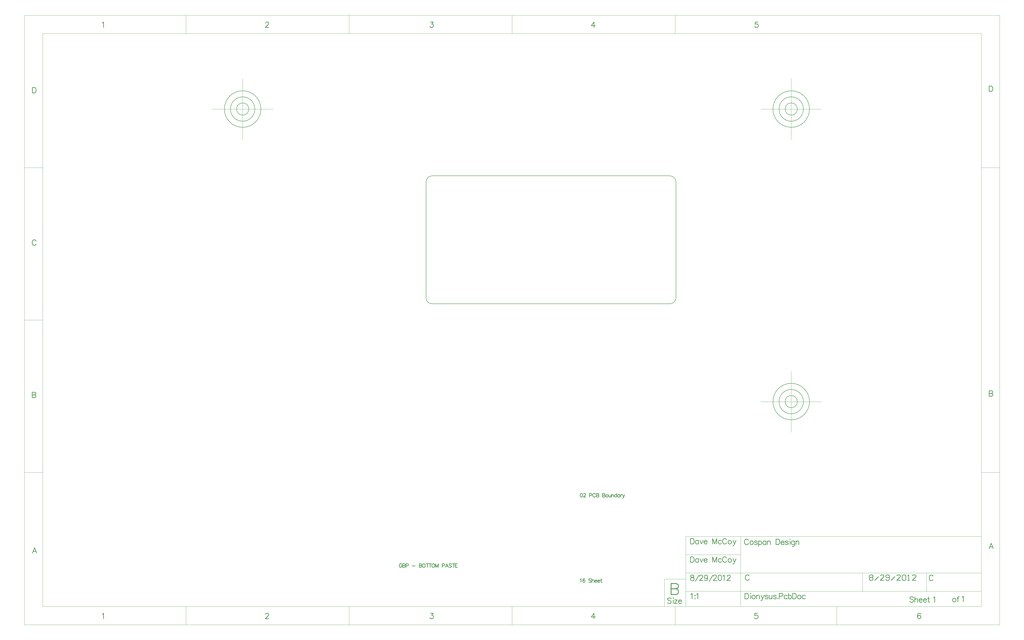
<source format=gbp>
%FSLAX25Y25*%
%MOIN*%
G70*
G01*
G75*
G04 Layer_Color=128*
%ADD10O,0.06102X0.02165*%
%ADD11R,0.04921X0.01378*%
%ADD12O,0.07087X0.01181*%
%ADD13O,0.01181X0.07087*%
%ADD14R,0.02362X0.03937*%
%ADD15R,0.01772X0.03937*%
%ADD16R,0.07480X0.02835*%
%ADD17R,0.04921X0.07284*%
%ADD18R,0.09843X0.03543*%
%ADD19R,0.00984X0.03150*%
%ADD20R,0.07087X0.11811*%
%ADD21R,0.05118X0.09055*%
%ADD22R,0.07087X0.07480*%
%ADD23R,0.05512X0.06299*%
%ADD24R,0.05315X0.01575*%
%ADD25R,0.07874X0.04724*%
%ADD26R,0.04331X0.12598*%
%ADD27R,0.02953X0.02559*%
%ADD28R,0.02756X0.01969*%
%ADD29R,0.01969X0.02756*%
%ADD30R,0.05906X0.05118*%
%ADD31R,0.02362X0.01969*%
%ADD32R,0.02559X0.02953*%
%ADD33R,0.01969X0.02362*%
%ADD34C,0.00600*%
%ADD35C,0.01000*%
%ADD36C,0.01500*%
%ADD37C,0.02000*%
%ADD38C,0.03000*%
%ADD39C,0.00400*%
%ADD40C,0.00200*%
%ADD41C,0.01400*%
%ADD42C,0.05906*%
%ADD43C,0.03937*%
%ADD44C,0.06000*%
%ADD45C,0.02400*%
%ADD46C,0.04000*%
%ADD47C,0.06416*%
G04:AMPARAMS|DCode=48|XSize=80.157mil|YSize=80.157mil|CornerRadius=0mil|HoleSize=0mil|Usage=FLASHONLY|Rotation=0.000|XOffset=0mil|YOffset=0mil|HoleType=Round|Shape=Relief|Width=8mil|Gap=10mil|Entries=4|*
%AMTHD48*
7,0,0,0.08016,0.06016,0.00800,45*
%
%ADD48THD48*%
%ADD49C,0.08699*%
%ADD50C,0.09487*%
%ADD51C,0.14900*%
%ADD52C,0.06400*%
G04:AMPARAMS|DCode=53|XSize=80mil|YSize=80mil|CornerRadius=0mil|HoleSize=0mil|Usage=FLASHONLY|Rotation=0.000|XOffset=0mil|YOffset=0mil|HoleType=Round|Shape=Relief|Width=8mil|Gap=10mil|Entries=4|*
%AMTHD53*
7,0,0,0.08000,0.06000,0.00800,45*
%
%ADD53THD53*%
G04:AMPARAMS|DCode=54|XSize=50mil|YSize=50mil|CornerRadius=0mil|HoleSize=0mil|Usage=FLASHONLY|Rotation=0.000|XOffset=0mil|YOffset=0mil|HoleType=Round|Shape=Relief|Width=8mil|Gap=10mil|Entries=4|*
%AMTHD54*
7,0,0,0.05000,0.03000,0.00800,45*
%
%ADD54THD54*%
%ADD55C,0.03400*%
%ADD56C,0.00984*%
%ADD57C,0.02362*%
%ADD58C,0.00787*%
%ADD59C,0.00394*%
%ADD60O,0.06702X0.02765*%
%ADD61R,0.05521X0.01978*%
%ADD62O,0.07687X0.01781*%
%ADD63O,0.01781X0.07687*%
%ADD64R,0.02962X0.04537*%
%ADD65R,0.02372X0.04537*%
%ADD66R,0.08080X0.03435*%
%ADD67R,0.05521X0.07883*%
%ADD68R,0.10394X0.04095*%
%ADD69R,0.01535X0.03701*%
%ADD70R,0.07687X0.12411*%
%ADD71R,0.05718X0.09655*%
%ADD72R,0.07687X0.08080*%
%ADD73R,0.06112X0.06899*%
%ADD74R,0.05915X0.02175*%
%ADD75R,0.08474X0.05324*%
%ADD76R,0.04931X0.13198*%
%ADD77R,0.03553X0.03159*%
%ADD78R,0.03356X0.02569*%
%ADD79R,0.02569X0.03356*%
%ADD80R,0.06506X0.05718*%
%ADD81R,0.02962X0.02569*%
%ADD82R,0.03159X0.03553*%
%ADD83R,0.02569X0.02962*%
%ADD84C,0.06506*%
%ADD85C,0.04537*%
%ADD86C,0.00300*%
%ADD87C,0.06600*%
%ADD88C,0.03000*%
D34*
X610000Y-160000D02*
G03*
X610000Y-160000I-10000J0D01*
G01*
X620000D02*
G03*
X620000Y-160000I-20000J0D01*
G01*
X630000D02*
G03*
X630000Y-160000I-30000J0D01*
G01*
X610000Y320000D02*
G03*
X610000Y320000I-10000J0D01*
G01*
X620000D02*
G03*
X620000Y320000I-20000J0D01*
G01*
X630000D02*
G03*
X630000Y320000I-30000J0D01*
G01*
X-290000D02*
G03*
X-290000Y320000I-10000J0D01*
G01*
X-280000D02*
G03*
X-280000Y320000I-20000J0D01*
G01*
X-270000D02*
G03*
X-270000Y320000I-30000J0D01*
G01*
X800Y10400D02*
G03*
X10800Y400I10000J0D01*
G01*
Y210400D02*
G03*
X800Y200400I0J-10000D01*
G01*
X410800D02*
G03*
X400800Y210400I-10000J0D01*
G01*
Y400D02*
G03*
X410800Y10400I0J10000D01*
G01*
X800D02*
Y200400D01*
X10800Y400D02*
X400800D01*
X410800Y10400D02*
Y200400D01*
X10800Y210400D02*
X400800D01*
D35*
X-38940Y-427300D02*
X-39226Y-426728D01*
X-39797Y-426157D01*
X-40369Y-425872D01*
X-41511D01*
X-42083Y-426157D01*
X-42654Y-426728D01*
X-42940Y-427300D01*
X-43225Y-428157D01*
Y-429585D01*
X-42940Y-430442D01*
X-42654Y-431013D01*
X-42083Y-431585D01*
X-41511Y-431870D01*
X-40369D01*
X-39797Y-431585D01*
X-39226Y-431013D01*
X-38940Y-430442D01*
Y-429585D01*
X-40369D02*
X-38940D01*
X-37569Y-425872D02*
Y-431870D01*
Y-425872D02*
X-34998D01*
X-34141Y-426157D01*
X-33856Y-426443D01*
X-33570Y-427014D01*
Y-427585D01*
X-33856Y-428157D01*
X-34141Y-428442D01*
X-34998Y-428728D01*
X-37569D02*
X-34998D01*
X-34141Y-429014D01*
X-33856Y-429299D01*
X-33570Y-429871D01*
Y-430728D01*
X-33856Y-431299D01*
X-34141Y-431585D01*
X-34998Y-431870D01*
X-37569D01*
X-32228Y-429014D02*
X-29657D01*
X-28800Y-428728D01*
X-28514Y-428442D01*
X-28228Y-427871D01*
Y-427014D01*
X-28514Y-426443D01*
X-28800Y-426157D01*
X-29657Y-425872D01*
X-32228D01*
Y-431870D01*
X-22173Y-429299D02*
X-17031D01*
X-10547Y-425872D02*
Y-431870D01*
Y-425872D02*
X-7976D01*
X-7119Y-426157D01*
X-6833Y-426443D01*
X-6547Y-427014D01*
Y-427585D01*
X-6833Y-428157D01*
X-7119Y-428442D01*
X-7976Y-428728D01*
X-10547D02*
X-7976D01*
X-7119Y-429014D01*
X-6833Y-429299D01*
X-6547Y-429871D01*
Y-430728D01*
X-6833Y-431299D01*
X-7119Y-431585D01*
X-7976Y-431870D01*
X-10547D01*
X-3491Y-425872D02*
X-4062Y-426157D01*
X-4634Y-426728D01*
X-4919Y-427300D01*
X-5205Y-428157D01*
Y-429585D01*
X-4919Y-430442D01*
X-4634Y-431013D01*
X-4062Y-431585D01*
X-3491Y-431870D01*
X-2348D01*
X-1777Y-431585D01*
X-1206Y-431013D01*
X-920Y-430442D01*
X-634Y-429585D01*
Y-428157D01*
X-920Y-427300D01*
X-1206Y-426728D01*
X-1777Y-426157D01*
X-2348Y-425872D01*
X-3491D01*
X2765D02*
Y-431870D01*
X765Y-425872D02*
X4764D01*
X7478D02*
Y-431870D01*
X5479Y-425872D02*
X9478D01*
X11906D02*
X11334Y-426157D01*
X10763Y-426728D01*
X10478Y-427300D01*
X10192Y-428157D01*
Y-429585D01*
X10478Y-430442D01*
X10763Y-431013D01*
X11334Y-431585D01*
X11906Y-431870D01*
X13048D01*
X13620Y-431585D01*
X14191Y-431013D01*
X14477Y-430442D01*
X14762Y-429585D01*
Y-428157D01*
X14477Y-427300D01*
X14191Y-426728D01*
X13620Y-426157D01*
X13048Y-425872D01*
X11906D01*
X16162D02*
Y-431870D01*
Y-425872D02*
X18447Y-431870D01*
X20732Y-425872D02*
X18447Y-431870D01*
X20732Y-425872D02*
Y-431870D01*
X27160Y-429014D02*
X29731D01*
X30588Y-428728D01*
X30873Y-428442D01*
X31159Y-427871D01*
Y-427014D01*
X30873Y-426443D01*
X30588Y-426157D01*
X29731Y-425872D01*
X27160D01*
Y-431870D01*
X37072D02*
X34787Y-425872D01*
X32501Y-431870D01*
X33358Y-429871D02*
X36215D01*
X42471Y-426728D02*
X41899Y-426157D01*
X41043Y-425872D01*
X39900D01*
X39043Y-426157D01*
X38472Y-426728D01*
Y-427300D01*
X38757Y-427871D01*
X39043Y-428157D01*
X39614Y-428442D01*
X41328Y-429014D01*
X41899Y-429299D01*
X42185Y-429585D01*
X42471Y-430156D01*
Y-431013D01*
X41899Y-431585D01*
X41043Y-431870D01*
X39900D01*
X39043Y-431585D01*
X38472Y-431013D01*
X45813Y-425872D02*
Y-431870D01*
X43813Y-425872D02*
X47812D01*
X52240D02*
X48527D01*
Y-431870D01*
X52240D01*
X48527Y-428728D02*
X50812D01*
X255214Y-310501D02*
X254357Y-310787D01*
X253786Y-311644D01*
X253500Y-313072D01*
Y-313929D01*
X253786Y-315357D01*
X254357Y-316214D01*
X255214Y-316500D01*
X255785D01*
X256642Y-316214D01*
X257213Y-315357D01*
X257499Y-313929D01*
Y-313072D01*
X257213Y-311644D01*
X256642Y-310787D01*
X255785Y-310501D01*
X255214D01*
X259127Y-311930D02*
Y-311644D01*
X259413Y-311073D01*
X259699Y-310787D01*
X260270Y-310501D01*
X261413D01*
X261984Y-310787D01*
X262269Y-311073D01*
X262555Y-311644D01*
Y-312215D01*
X262269Y-312787D01*
X261698Y-313644D01*
X258842Y-316500D01*
X262841D01*
X268897Y-313644D02*
X271468D01*
X272324Y-313358D01*
X272610Y-313072D01*
X272896Y-312501D01*
Y-311644D01*
X272610Y-311073D01*
X272324Y-310787D01*
X271468Y-310501D01*
X268897D01*
Y-316500D01*
X278523Y-311930D02*
X278238Y-311358D01*
X277666Y-310787D01*
X277095Y-310501D01*
X275952D01*
X275381Y-310787D01*
X274810Y-311358D01*
X274524Y-311930D01*
X274238Y-312787D01*
Y-314215D01*
X274524Y-315072D01*
X274810Y-315643D01*
X275381Y-316214D01*
X275952Y-316500D01*
X277095D01*
X277666Y-316214D01*
X278238Y-315643D01*
X278523Y-315072D01*
X280209Y-310501D02*
Y-316500D01*
Y-310501D02*
X282779D01*
X283636Y-310787D01*
X283922Y-311073D01*
X284208Y-311644D01*
Y-312215D01*
X283922Y-312787D01*
X283636Y-313072D01*
X282779Y-313358D01*
X280209D02*
X282779D01*
X283636Y-313644D01*
X283922Y-313929D01*
X284208Y-314500D01*
Y-315357D01*
X283922Y-315929D01*
X283636Y-316214D01*
X282779Y-316500D01*
X280209D01*
X290264Y-310501D02*
Y-316500D01*
Y-310501D02*
X292834D01*
X293691Y-310787D01*
X293977Y-311073D01*
X294263Y-311644D01*
Y-312215D01*
X293977Y-312787D01*
X293691Y-313072D01*
X292834Y-313358D01*
X290264D02*
X292834D01*
X293691Y-313644D01*
X293977Y-313929D01*
X294263Y-314500D01*
Y-315357D01*
X293977Y-315929D01*
X293691Y-316214D01*
X292834Y-316500D01*
X290264D01*
X297034Y-312501D02*
X296462Y-312787D01*
X295891Y-313358D01*
X295605Y-314215D01*
Y-314786D01*
X295891Y-315643D01*
X296462Y-316214D01*
X297034Y-316500D01*
X297890D01*
X298462Y-316214D01*
X299033Y-315643D01*
X299319Y-314786D01*
Y-314215D01*
X299033Y-313358D01*
X298462Y-312787D01*
X297890Y-312501D01*
X297034D01*
X300633D02*
Y-315357D01*
X300918Y-316214D01*
X301490Y-316500D01*
X302347D01*
X302918Y-316214D01*
X303775Y-315357D01*
Y-312501D02*
Y-316500D01*
X305346Y-312501D02*
Y-316500D01*
Y-313644D02*
X306203Y-312787D01*
X306774Y-312501D01*
X307631D01*
X308203Y-312787D01*
X308488Y-313644D01*
Y-316500D01*
X313487Y-310501D02*
Y-316500D01*
Y-313358D02*
X312916Y-312787D01*
X312345Y-312501D01*
X311488D01*
X310916Y-312787D01*
X310345Y-313358D01*
X310059Y-314215D01*
Y-314786D01*
X310345Y-315643D01*
X310916Y-316214D01*
X311488Y-316500D01*
X312345D01*
X312916Y-316214D01*
X313487Y-315643D01*
X318515Y-312501D02*
Y-316500D01*
Y-313358D02*
X317943Y-312787D01*
X317372Y-312501D01*
X316515D01*
X315944Y-312787D01*
X315372Y-313358D01*
X315087Y-314215D01*
Y-314786D01*
X315372Y-315643D01*
X315944Y-316214D01*
X316515Y-316500D01*
X317372D01*
X317943Y-316214D01*
X318515Y-315643D01*
X320114Y-312501D02*
Y-316500D01*
Y-314215D02*
X320400Y-313358D01*
X320971Y-312787D01*
X321543Y-312501D01*
X322399D01*
X323228D02*
X324942Y-316500D01*
X326656Y-312501D02*
X324942Y-316500D01*
X324371Y-317643D01*
X323799Y-318214D01*
X323228Y-318500D01*
X322942D01*
X924500Y-142002D02*
Y-151000D01*
Y-142002D02*
X928356D01*
X929642Y-142430D01*
X930070Y-142859D01*
X930499Y-143716D01*
Y-144573D01*
X930070Y-145430D01*
X929642Y-145858D01*
X928356Y-146287D01*
X924500D02*
X928356D01*
X929642Y-146715D01*
X930070Y-147144D01*
X930499Y-148001D01*
Y-149286D01*
X930070Y-150143D01*
X929642Y-150572D01*
X928356Y-151000D01*
X924500D01*
X-638144Y-408500D02*
X-641572Y-399502D01*
X-645000Y-408500D01*
X-643715Y-405501D02*
X-639430D01*
X-645500Y-144502D02*
Y-153500D01*
Y-144502D02*
X-641644D01*
X-640358Y-144930D01*
X-639930Y-145359D01*
X-639501Y-146216D01*
Y-147073D01*
X-639930Y-147930D01*
X-640358Y-148358D01*
X-641644Y-148787D01*
X-645500D02*
X-641644D01*
X-640358Y-149215D01*
X-639930Y-149644D01*
X-639501Y-150501D01*
Y-151786D01*
X-639930Y-152643D01*
X-640358Y-153071D01*
X-641644Y-153500D01*
X-645500D01*
X-639073Y103356D02*
X-639501Y104213D01*
X-640358Y105070D01*
X-641215Y105498D01*
X-642929D01*
X-643786Y105070D01*
X-644643Y104213D01*
X-645072Y103356D01*
X-645500Y102070D01*
Y99928D01*
X-645072Y98642D01*
X-644643Y97785D01*
X-643786Y96929D01*
X-642929Y96500D01*
X-641215D01*
X-640358Y96929D01*
X-639501Y97785D01*
X-639073Y98642D01*
X-645000Y355498D02*
Y346500D01*
Y355498D02*
X-642001D01*
X-640715Y355070D01*
X-639858Y354213D01*
X-639430Y353356D01*
X-639001Y352070D01*
Y349928D01*
X-639430Y348642D01*
X-639858Y347785D01*
X-640715Y346929D01*
X-642001Y346500D01*
X-645000D01*
X812142Y-508287D02*
X811713Y-507430D01*
X810428Y-507002D01*
X809571D01*
X808285Y-507430D01*
X807428Y-508716D01*
X807000Y-510858D01*
Y-513001D01*
X807428Y-514715D01*
X808285Y-515571D01*
X809571Y-516000D01*
X809999D01*
X811285Y-515571D01*
X812142Y-514715D01*
X812570Y-513429D01*
Y-513001D01*
X812142Y-511715D01*
X811285Y-510858D01*
X809999Y-510430D01*
X809571D01*
X808285Y-510858D01*
X807428Y-511715D01*
X807000Y-513001D01*
X524000Y-474502D02*
Y-483500D01*
Y-474502D02*
X526999D01*
X528285Y-474930D01*
X529142Y-475787D01*
X529570Y-476644D01*
X529999Y-477930D01*
Y-480072D01*
X529570Y-481358D01*
X529142Y-482215D01*
X528285Y-483072D01*
X526999Y-483500D01*
X524000D01*
X532869Y-474502D02*
X533298Y-474930D01*
X533727Y-474502D01*
X533298Y-474073D01*
X532869Y-474502D01*
X533298Y-477501D02*
Y-483500D01*
X537454Y-477501D02*
X536597Y-477930D01*
X535740Y-478787D01*
X535312Y-480072D01*
Y-480929D01*
X535740Y-482215D01*
X536597Y-483072D01*
X537454Y-483500D01*
X538740D01*
X539597Y-483072D01*
X540454Y-482215D01*
X540882Y-480929D01*
Y-480072D01*
X540454Y-478787D01*
X539597Y-477930D01*
X538740Y-477501D01*
X537454D01*
X542853D02*
Y-483500D01*
Y-479215D02*
X544138Y-477930D01*
X544995Y-477501D01*
X546281D01*
X547138Y-477930D01*
X547566Y-479215D01*
Y-483500D01*
X550351Y-477501D02*
X552922Y-483500D01*
X555493Y-477501D02*
X552922Y-483500D01*
X552065Y-485214D01*
X551208Y-486071D01*
X550351Y-486499D01*
X549923D01*
X561706Y-478787D02*
X561278Y-477930D01*
X559992Y-477501D01*
X558707D01*
X557421Y-477930D01*
X556993Y-478787D01*
X557421Y-479644D01*
X558278Y-480072D01*
X560421Y-480501D01*
X561278Y-480929D01*
X561706Y-481786D01*
Y-482215D01*
X561278Y-483072D01*
X559992Y-483500D01*
X558707D01*
X557421Y-483072D01*
X556993Y-482215D01*
X563591Y-477501D02*
Y-481786D01*
X564020Y-483072D01*
X564877Y-483500D01*
X566162D01*
X567019Y-483072D01*
X568305Y-481786D01*
Y-477501D02*
Y-483500D01*
X575375Y-478787D02*
X574946Y-477930D01*
X573661Y-477501D01*
X572375D01*
X571090Y-477930D01*
X570661Y-478787D01*
X571090Y-479644D01*
X571947Y-480072D01*
X574089Y-480501D01*
X574946Y-480929D01*
X575375Y-481786D01*
Y-482215D01*
X574946Y-483072D01*
X573661Y-483500D01*
X572375D01*
X571090Y-483072D01*
X570661Y-482215D01*
X577689Y-482643D02*
X577260Y-483072D01*
X577689Y-483500D01*
X578117Y-483072D01*
X577689Y-482643D01*
X580088Y-479215D02*
X583944D01*
X585230Y-478787D01*
X585658Y-478358D01*
X586087Y-477501D01*
Y-476216D01*
X585658Y-475359D01*
X585230Y-474930D01*
X583944Y-474502D01*
X580088D01*
Y-483500D01*
X593242Y-478787D02*
X592385Y-477930D01*
X591528Y-477501D01*
X590243D01*
X589386Y-477930D01*
X588529Y-478787D01*
X588101Y-480072D01*
Y-480929D01*
X588529Y-482215D01*
X589386Y-483072D01*
X590243Y-483500D01*
X591528D01*
X592385Y-483072D01*
X593242Y-482215D01*
X595170Y-474502D02*
Y-483500D01*
Y-478787D02*
X596027Y-477930D01*
X596884Y-477501D01*
X598170D01*
X599027Y-477930D01*
X599884Y-478787D01*
X600312Y-480072D01*
Y-480929D01*
X599884Y-482215D01*
X599027Y-483072D01*
X598170Y-483500D01*
X596884D01*
X596027Y-483072D01*
X595170Y-482215D01*
X602240Y-474502D02*
Y-483500D01*
Y-474502D02*
X605240D01*
X606525Y-474930D01*
X607382Y-475787D01*
X607811Y-476644D01*
X608239Y-477930D01*
Y-480072D01*
X607811Y-481358D01*
X607382Y-482215D01*
X606525Y-483072D01*
X605240Y-483500D01*
X602240D01*
X612395Y-477501D02*
X611538Y-477930D01*
X610681Y-478787D01*
X610253Y-480072D01*
Y-480929D01*
X610681Y-482215D01*
X611538Y-483072D01*
X612395Y-483500D01*
X613681D01*
X614538Y-483072D01*
X615395Y-482215D01*
X615823Y-480929D01*
Y-480072D01*
X615395Y-478787D01*
X614538Y-477930D01*
X613681Y-477501D01*
X612395D01*
X622936Y-478787D02*
X622079Y-477930D01*
X621222Y-477501D01*
X619937D01*
X619080Y-477930D01*
X618223Y-478787D01*
X617794Y-480072D01*
Y-480929D01*
X618223Y-482215D01*
X619080Y-483072D01*
X619937Y-483500D01*
X621222D01*
X622079Y-483072D01*
X622936Y-482215D01*
X435000Y-476216D02*
X435857Y-475787D01*
X437142Y-474502D01*
Y-483500D01*
X442027Y-477501D02*
X441599Y-477930D01*
X442027Y-478358D01*
X442456Y-477930D01*
X442027Y-477501D01*
Y-482643D02*
X441599Y-483072D01*
X442027Y-483500D01*
X442456Y-483072D01*
X442027Y-482643D01*
X444427Y-476216D02*
X445284Y-475787D01*
X446569Y-474502D01*
Y-483500D01*
X402999Y-483287D02*
X402142Y-482430D01*
X400856Y-482002D01*
X399142D01*
X397857Y-482430D01*
X397000Y-483287D01*
Y-484144D01*
X397428Y-485001D01*
X397857Y-485430D01*
X398714Y-485858D01*
X401285Y-486715D01*
X402142Y-487144D01*
X402570Y-487572D01*
X402999Y-488429D01*
Y-489715D01*
X402142Y-490571D01*
X400856Y-491000D01*
X399142D01*
X397857Y-490571D01*
X397000Y-489715D01*
X405869Y-482002D02*
X406298Y-482430D01*
X406727Y-482002D01*
X406298Y-481573D01*
X405869Y-482002D01*
X406298Y-485001D02*
Y-491000D01*
X413025Y-485001D02*
X408312Y-491000D01*
Y-485001D02*
X413025D01*
X408312Y-491000D02*
X413025D01*
X414911Y-487572D02*
X420052D01*
Y-486715D01*
X419624Y-485858D01*
X419195Y-485430D01*
X418338Y-485001D01*
X417053D01*
X416196Y-485430D01*
X415339Y-486287D01*
X414911Y-487572D01*
Y-488429D01*
X415339Y-489715D01*
X416196Y-490571D01*
X417053Y-491000D01*
X418338D01*
X419195Y-490571D01*
X420052Y-489715D01*
X436642Y-444502D02*
X435357Y-444930D01*
X434929Y-445787D01*
Y-446644D01*
X435357Y-447501D01*
X436214Y-447930D01*
X437928Y-448358D01*
X439213Y-448787D01*
X440070Y-449644D01*
X440499Y-450501D01*
Y-451786D01*
X440070Y-452643D01*
X439642Y-453071D01*
X438356Y-453500D01*
X436642D01*
X435357Y-453071D01*
X434929Y-452643D01*
X434500Y-451786D01*
Y-450501D01*
X434929Y-449644D01*
X435785Y-448787D01*
X437071Y-448358D01*
X438785Y-447930D01*
X439642Y-447501D01*
X440070Y-446644D01*
Y-445787D01*
X439642Y-444930D01*
X438356Y-444502D01*
X436642D01*
X442513Y-454785D02*
X448511Y-444502D01*
X449540Y-446644D02*
Y-446216D01*
X449968Y-445359D01*
X450397Y-444930D01*
X451254Y-444502D01*
X452968D01*
X453824Y-444930D01*
X454253Y-445359D01*
X454681Y-446216D01*
Y-447073D01*
X454253Y-447930D01*
X453396Y-449215D01*
X449111Y-453500D01*
X455110D01*
X462694Y-447501D02*
X462265Y-448787D01*
X461409Y-449644D01*
X460123Y-450072D01*
X459695D01*
X458409Y-449644D01*
X457552Y-448787D01*
X457124Y-447501D01*
Y-447073D01*
X457552Y-445787D01*
X458409Y-444930D01*
X459695Y-444502D01*
X460123D01*
X461409Y-444930D01*
X462265Y-445787D01*
X462694Y-447501D01*
Y-449644D01*
X462265Y-451786D01*
X461409Y-453071D01*
X460123Y-453500D01*
X459266D01*
X457981Y-453071D01*
X457552Y-452215D01*
X465136Y-454785D02*
X471135Y-444502D01*
X472163Y-446644D02*
Y-446216D01*
X472592Y-445359D01*
X473020Y-444930D01*
X473877Y-444502D01*
X475591D01*
X476448Y-444930D01*
X476877Y-445359D01*
X477305Y-446216D01*
Y-447073D01*
X476877Y-447930D01*
X476020Y-449215D01*
X471735Y-453500D01*
X477734D01*
X482318Y-444502D02*
X481033Y-444930D01*
X480176Y-446216D01*
X479747Y-448358D01*
Y-449644D01*
X480176Y-451786D01*
X481033Y-453071D01*
X482318Y-453500D01*
X483175D01*
X484461Y-453071D01*
X485318Y-451786D01*
X485746Y-449644D01*
Y-448358D01*
X485318Y-446216D01*
X484461Y-444930D01*
X483175Y-444502D01*
X482318D01*
X487760Y-446216D02*
X488617Y-445787D01*
X489902Y-444502D01*
Y-453500D01*
X494787Y-446644D02*
Y-446216D01*
X495216Y-445359D01*
X495644Y-444930D01*
X496501Y-444502D01*
X498215D01*
X499072Y-444930D01*
X499500Y-445359D01*
X499929Y-446216D01*
Y-447073D01*
X499500Y-447930D01*
X498643Y-449215D01*
X494359Y-453500D01*
X500357D01*
X434500Y-414502D02*
Y-423500D01*
Y-414502D02*
X437499D01*
X438785Y-414930D01*
X439642Y-415787D01*
X440070Y-416644D01*
X440499Y-417930D01*
Y-420072D01*
X440070Y-421358D01*
X439642Y-422215D01*
X438785Y-423071D01*
X437499Y-423500D01*
X434500D01*
X447654Y-417501D02*
Y-423500D01*
Y-418787D02*
X446797Y-417930D01*
X445940Y-417501D01*
X444655D01*
X443798Y-417930D01*
X442941Y-418787D01*
X442513Y-420072D01*
Y-420929D01*
X442941Y-422215D01*
X443798Y-423071D01*
X444655Y-423500D01*
X445940D01*
X446797Y-423071D01*
X447654Y-422215D01*
X450054Y-417501D02*
X452625Y-423500D01*
X455196Y-417501D02*
X452625Y-423500D01*
X456652Y-420072D02*
X461794D01*
Y-419215D01*
X461366Y-418358D01*
X460937Y-417930D01*
X460080Y-417501D01*
X458795D01*
X457938Y-417930D01*
X457081Y-418787D01*
X456652Y-420072D01*
Y-420929D01*
X457081Y-422215D01*
X457938Y-423071D01*
X458795Y-423500D01*
X460080D01*
X460937Y-423071D01*
X461794Y-422215D01*
X470792Y-414502D02*
Y-423500D01*
Y-414502D02*
X474220Y-423500D01*
X477648Y-414502D02*
X474220Y-423500D01*
X477648Y-414502D02*
Y-423500D01*
X485360Y-418787D02*
X484504Y-417930D01*
X483647Y-417501D01*
X482361D01*
X481504Y-417930D01*
X480647Y-418787D01*
X480219Y-420072D01*
Y-420929D01*
X480647Y-422215D01*
X481504Y-423071D01*
X482361Y-423500D01*
X483647D01*
X484504Y-423071D01*
X485360Y-422215D01*
X493716Y-416644D02*
X493287Y-415787D01*
X492430Y-414930D01*
X491573Y-414502D01*
X489860D01*
X489003Y-414930D01*
X488146Y-415787D01*
X487717Y-416644D01*
X487289Y-417930D01*
Y-420072D01*
X487717Y-421358D01*
X488146Y-422215D01*
X489003Y-423071D01*
X489860Y-423500D01*
X491573D01*
X492430Y-423071D01*
X493287Y-422215D01*
X493716Y-421358D01*
X498386Y-417501D02*
X497529Y-417930D01*
X496672Y-418787D01*
X496244Y-420072D01*
Y-420929D01*
X496672Y-422215D01*
X497529Y-423071D01*
X498386Y-423500D01*
X499672D01*
X500529Y-423071D01*
X501386Y-422215D01*
X501814Y-420929D01*
Y-420072D01*
X501386Y-418787D01*
X500529Y-417930D01*
X499672Y-417501D01*
X498386D01*
X504214D02*
X506784Y-423500D01*
X509355Y-417501D02*
X506784Y-423500D01*
X505928Y-425214D01*
X505071Y-426071D01*
X504214Y-426499D01*
X503785D01*
X434500Y-384502D02*
Y-393500D01*
Y-384502D02*
X437499D01*
X438785Y-384930D01*
X439642Y-385787D01*
X440070Y-386644D01*
X440499Y-387930D01*
Y-390072D01*
X440070Y-391358D01*
X439642Y-392215D01*
X438785Y-393072D01*
X437499Y-393500D01*
X434500D01*
X447654Y-387501D02*
Y-393500D01*
Y-388787D02*
X446797Y-387930D01*
X445940Y-387501D01*
X444655D01*
X443798Y-387930D01*
X442941Y-388787D01*
X442513Y-390072D01*
Y-390929D01*
X442941Y-392215D01*
X443798Y-393072D01*
X444655Y-393500D01*
X445940D01*
X446797Y-393072D01*
X447654Y-392215D01*
X450054Y-387501D02*
X452625Y-393500D01*
X455196Y-387501D02*
X452625Y-393500D01*
X456652Y-390072D02*
X461794D01*
Y-389215D01*
X461366Y-388358D01*
X460937Y-387930D01*
X460080Y-387501D01*
X458795D01*
X457938Y-387930D01*
X457081Y-388787D01*
X456652Y-390072D01*
Y-390929D01*
X457081Y-392215D01*
X457938Y-393072D01*
X458795Y-393500D01*
X460080D01*
X460937Y-393072D01*
X461794Y-392215D01*
X470792Y-384502D02*
Y-393500D01*
Y-384502D02*
X474220Y-393500D01*
X477648Y-384502D02*
X474220Y-393500D01*
X477648Y-384502D02*
Y-393500D01*
X485360Y-388787D02*
X484504Y-387930D01*
X483647Y-387501D01*
X482361D01*
X481504Y-387930D01*
X480647Y-388787D01*
X480219Y-390072D01*
Y-390929D01*
X480647Y-392215D01*
X481504Y-393072D01*
X482361Y-393500D01*
X483647D01*
X484504Y-393072D01*
X485360Y-392215D01*
X493716Y-386644D02*
X493287Y-385787D01*
X492430Y-384930D01*
X491573Y-384502D01*
X489860D01*
X489003Y-384930D01*
X488146Y-385787D01*
X487717Y-386644D01*
X487289Y-387930D01*
Y-390072D01*
X487717Y-391358D01*
X488146Y-392215D01*
X489003Y-393072D01*
X489860Y-393500D01*
X491573D01*
X492430Y-393072D01*
X493287Y-392215D01*
X493716Y-391358D01*
X498386Y-387501D02*
X497529Y-387930D01*
X496672Y-388787D01*
X496244Y-390072D01*
Y-390929D01*
X496672Y-392215D01*
X497529Y-393072D01*
X498386Y-393500D01*
X499672D01*
X500529Y-393072D01*
X501386Y-392215D01*
X501814Y-390929D01*
Y-390072D01*
X501386Y-388787D01*
X500529Y-387930D01*
X499672Y-387501D01*
X498386D01*
X504214D02*
X506784Y-393500D01*
X509355Y-387501D02*
X506784Y-393500D01*
X505928Y-395214D01*
X505071Y-396071D01*
X504214Y-396499D01*
X503785D01*
X866642Y-482501D02*
X865785Y-482930D01*
X864929Y-483787D01*
X864500Y-485072D01*
Y-485929D01*
X864929Y-487215D01*
X865785Y-488071D01*
X866642Y-488500D01*
X867928D01*
X868785Y-488071D01*
X869642Y-487215D01*
X870070Y-485929D01*
Y-485072D01*
X869642Y-483787D01*
X868785Y-482930D01*
X867928Y-482501D01*
X866642D01*
X875469Y-479502D02*
X874612D01*
X873755Y-479930D01*
X873327Y-481216D01*
Y-488500D01*
X872041Y-482501D02*
X875041D01*
X800499Y-481287D02*
X799642Y-480430D01*
X798356Y-480002D01*
X796642D01*
X795357Y-480430D01*
X794500Y-481287D01*
Y-482144D01*
X794929Y-483001D01*
X795357Y-483430D01*
X796214Y-483858D01*
X798785Y-484715D01*
X799642Y-485144D01*
X800070Y-485572D01*
X800499Y-486429D01*
Y-487715D01*
X799642Y-488572D01*
X798356Y-489000D01*
X796642D01*
X795357Y-488572D01*
X794500Y-487715D01*
X802513Y-480002D02*
Y-489000D01*
Y-484715D02*
X803798Y-483430D01*
X804655Y-483001D01*
X805940D01*
X806797Y-483430D01*
X807226Y-484715D01*
Y-489000D01*
X809583Y-485572D02*
X814724D01*
Y-484715D01*
X814296Y-483858D01*
X813867Y-483430D01*
X813010Y-483001D01*
X811725D01*
X810868Y-483430D01*
X810011Y-484287D01*
X809583Y-485572D01*
Y-486429D01*
X810011Y-487715D01*
X810868Y-488572D01*
X811725Y-489000D01*
X813010D01*
X813867Y-488572D01*
X814724Y-487715D01*
X816652Y-485572D02*
X821794D01*
Y-484715D01*
X821366Y-483858D01*
X820937Y-483430D01*
X820080Y-483001D01*
X818795D01*
X817938Y-483430D01*
X817081Y-484287D01*
X816652Y-485572D01*
Y-486429D01*
X817081Y-487715D01*
X817938Y-488572D01*
X818795Y-489000D01*
X820080D01*
X820937Y-488572D01*
X821794Y-487715D01*
X825008Y-480002D02*
Y-487286D01*
X825436Y-488572D01*
X826293Y-489000D01*
X827150D01*
X823722Y-483001D02*
X826722D01*
X530927Y-446144D02*
X530499Y-445287D01*
X529642Y-444430D01*
X528785Y-444002D01*
X527071D01*
X526214Y-444430D01*
X525357Y-445287D01*
X524929Y-446144D01*
X524500Y-447430D01*
Y-449572D01*
X524929Y-450858D01*
X525357Y-451715D01*
X526214Y-452571D01*
X527071Y-453000D01*
X528785D01*
X529642Y-452571D01*
X530499Y-451715D01*
X530927Y-450858D01*
X728000Y-445502D02*
X729499Y-444003D01*
X732499D01*
X733998Y-445502D01*
Y-447002D01*
X732499Y-448501D01*
X733998Y-450001D01*
Y-451501D01*
X732499Y-453000D01*
X729499D01*
X728000Y-451501D01*
Y-450001D01*
X729499Y-448501D01*
X728000Y-447002D01*
Y-445502D01*
X729499Y-448501D02*
X732499D01*
X736997Y-453000D02*
X742995Y-447002D01*
X751992Y-453000D02*
X745994D01*
X751992Y-447002D01*
Y-445502D01*
X750493Y-444003D01*
X747494D01*
X745994Y-445502D01*
X754991Y-451501D02*
X756491Y-453000D01*
X759490D01*
X760989Y-451501D01*
Y-445502D01*
X759490Y-444003D01*
X756491D01*
X754991Y-445502D01*
Y-447002D01*
X756491Y-448501D01*
X760989D01*
X763988Y-453000D02*
X769986Y-447002D01*
X778983Y-453000D02*
X772986D01*
X778983Y-447002D01*
Y-445502D01*
X777484Y-444003D01*
X774485D01*
X772986Y-445502D01*
X781983D02*
X783482Y-444003D01*
X786481D01*
X787981Y-445502D01*
Y-451501D01*
X786481Y-453000D01*
X783482D01*
X781983Y-451501D01*
Y-445502D01*
X790980Y-453000D02*
X793979D01*
X792479D01*
Y-444003D01*
X790980Y-445502D01*
X804475Y-453000D02*
X798477D01*
X804475Y-447002D01*
Y-445502D01*
X802976Y-444003D01*
X799977D01*
X798477Y-445502D01*
X544642Y-507002D02*
X540357D01*
X539928Y-510858D01*
X540357Y-510430D01*
X541642Y-510001D01*
X542928D01*
X544213Y-510430D01*
X545070Y-511287D01*
X545499Y-512572D01*
Y-513429D01*
X545070Y-514715D01*
X544213Y-515571D01*
X542928Y-516000D01*
X541642D01*
X540357Y-515571D01*
X539928Y-515143D01*
X539500Y-514286D01*
X276285Y-507002D02*
X272000Y-513001D01*
X278427D01*
X276285Y-507002D02*
Y-516000D01*
X7857Y-507002D02*
X12570D01*
X9999Y-510430D01*
X11285D01*
X12142Y-510858D01*
X12570Y-511287D01*
X12999Y-512572D01*
Y-513429D01*
X12570Y-514715D01*
X11713Y-515571D01*
X10428Y-516000D01*
X9142D01*
X7857Y-515571D01*
X7429Y-515143D01*
X7000Y-514286D01*
X-262572Y-509144D02*
Y-508716D01*
X-262143Y-507859D01*
X-261715Y-507430D01*
X-260858Y-507002D01*
X-259144D01*
X-258287Y-507430D01*
X-257858Y-507859D01*
X-257430Y-508716D01*
Y-509573D01*
X-257858Y-510430D01*
X-258715Y-511715D01*
X-263000Y-516000D01*
X-257001D01*
X-530500Y-508716D02*
X-529643Y-508287D01*
X-528358Y-507002D01*
Y-516000D01*
X545142Y462998D02*
X540857D01*
X540428Y459142D01*
X540857Y459570D01*
X542142Y459999D01*
X543428D01*
X544713Y459570D01*
X545570Y458713D01*
X545999Y457428D01*
Y456571D01*
X545570Y455285D01*
X544713Y454428D01*
X543428Y454000D01*
X542142D01*
X540857Y454428D01*
X540428Y454857D01*
X540000Y455714D01*
X276285Y462998D02*
X272000Y456999D01*
X278427D01*
X276285Y462998D02*
Y454000D01*
X7857Y462998D02*
X12570D01*
X9999Y459570D01*
X11285D01*
X12142Y459142D01*
X12570Y458713D01*
X12999Y457428D01*
Y456571D01*
X12570Y455285D01*
X11713Y454428D01*
X10428Y454000D01*
X9142D01*
X7857Y454428D01*
X7429Y454857D01*
X7000Y455714D01*
X-262572Y460856D02*
Y461284D01*
X-262143Y462141D01*
X-261715Y462570D01*
X-260858Y462998D01*
X-259144D01*
X-258287Y462570D01*
X-257858Y462141D01*
X-257430Y461284D01*
Y460427D01*
X-257858Y459570D01*
X-258715Y458285D01*
X-263000Y454000D01*
X-257001D01*
X931356Y-401000D02*
X927928Y-392002D01*
X924500Y-401000D01*
X925785Y-398001D02*
X930070D01*
X529549Y-387581D02*
X529121Y-386724D01*
X528264Y-385867D01*
X527407Y-385439D01*
X525693D01*
X524836Y-385867D01*
X523979Y-386724D01*
X523551Y-387581D01*
X523122Y-388867D01*
Y-391009D01*
X523551Y-392295D01*
X523979Y-393152D01*
X524836Y-394008D01*
X525693Y-394437D01*
X527407D01*
X528264Y-394008D01*
X529121Y-393152D01*
X529549Y-392295D01*
X534220Y-388438D02*
X533363Y-388867D01*
X532506Y-389724D01*
X532077Y-391009D01*
Y-391866D01*
X532506Y-393152D01*
X533363Y-394008D01*
X534220Y-394437D01*
X535505D01*
X536362Y-394008D01*
X537219Y-393152D01*
X537647Y-391866D01*
Y-391009D01*
X537219Y-389724D01*
X536362Y-388867D01*
X535505Y-388438D01*
X534220D01*
X544332Y-389724D02*
X543903Y-388867D01*
X542618Y-388438D01*
X541332D01*
X540047Y-388867D01*
X539618Y-389724D01*
X540047Y-390581D01*
X540904Y-391009D01*
X543046Y-391438D01*
X543903Y-391866D01*
X544332Y-392723D01*
Y-393152D01*
X543903Y-394008D01*
X542618Y-394437D01*
X541332D01*
X540047Y-394008D01*
X539618Y-393152D01*
X546217Y-388438D02*
Y-397436D01*
Y-389724D02*
X547074Y-388867D01*
X547931Y-388438D01*
X549217D01*
X550073Y-388867D01*
X550930Y-389724D01*
X551359Y-391009D01*
Y-391866D01*
X550930Y-393152D01*
X550073Y-394008D01*
X549217Y-394437D01*
X547931D01*
X547074Y-394008D01*
X546217Y-393152D01*
X558429Y-388438D02*
Y-394437D01*
Y-389724D02*
X557572Y-388867D01*
X556715Y-388438D01*
X555429D01*
X554572Y-388867D01*
X553716Y-389724D01*
X553287Y-391009D01*
Y-391866D01*
X553716Y-393152D01*
X554572Y-394008D01*
X555429Y-394437D01*
X556715D01*
X557572Y-394008D01*
X558429Y-393152D01*
X560828Y-388438D02*
Y-394437D01*
Y-390152D02*
X562114Y-388867D01*
X562971Y-388438D01*
X564256D01*
X565113Y-388867D01*
X565542Y-390152D01*
Y-394437D01*
X574968Y-385439D02*
Y-394437D01*
Y-385439D02*
X577967D01*
X579253Y-385867D01*
X580110Y-386724D01*
X580538Y-387581D01*
X580967Y-388867D01*
Y-391009D01*
X580538Y-392295D01*
X580110Y-393152D01*
X579253Y-394008D01*
X577967Y-394437D01*
X574968D01*
X582981Y-391009D02*
X588122D01*
Y-390152D01*
X587694Y-389295D01*
X587265Y-388867D01*
X586409Y-388438D01*
X585123D01*
X584266Y-388867D01*
X583409Y-389724D01*
X582981Y-391009D01*
Y-391866D01*
X583409Y-393152D01*
X584266Y-394008D01*
X585123Y-394437D01*
X586409D01*
X587265Y-394008D01*
X588122Y-393152D01*
X594764Y-389724D02*
X594335Y-388867D01*
X593050Y-388438D01*
X591764D01*
X590479Y-388867D01*
X590051Y-389724D01*
X590479Y-390581D01*
X591336Y-391009D01*
X593478Y-391438D01*
X594335Y-391866D01*
X594764Y-392723D01*
Y-393152D01*
X594335Y-394008D01*
X593050Y-394437D01*
X591764D01*
X590479Y-394008D01*
X590051Y-393152D01*
X597506Y-385439D02*
X597935Y-385867D01*
X598363Y-385439D01*
X597935Y-385011D01*
X597506Y-385439D01*
X597935Y-388438D02*
Y-394437D01*
X605090Y-388438D02*
Y-395294D01*
X604662Y-396579D01*
X604233Y-397008D01*
X603376Y-397436D01*
X602091D01*
X601234Y-397008D01*
X605090Y-389724D02*
X604233Y-388867D01*
X603376Y-388438D01*
X602091D01*
X601234Y-388867D01*
X600377Y-389724D01*
X599948Y-391009D01*
Y-391866D01*
X600377Y-393152D01*
X601234Y-394008D01*
X602091Y-394437D01*
X603376D01*
X604233Y-394008D01*
X605090Y-393152D01*
X607490Y-388438D02*
Y-394437D01*
Y-390152D02*
X608775Y-388867D01*
X609632Y-388438D01*
X610918D01*
X611774Y-388867D01*
X612203Y-390152D01*
Y-394437D01*
X924500Y357998D02*
Y349000D01*
Y357998D02*
X927499D01*
X928785Y357570D01*
X929642Y356713D01*
X930070Y355856D01*
X930499Y354570D01*
Y352428D01*
X930070Y351142D01*
X929642Y350285D01*
X928785Y349429D01*
X927499Y349000D01*
X924500D01*
X-530500Y461284D02*
X-529643Y461713D01*
X-528358Y462998D01*
Y454000D01*
X833142Y-481708D02*
X833999Y-481280D01*
X835284Y-479994D01*
Y-488992D01*
X832498Y-446002D02*
X830999Y-444503D01*
X827999D01*
X826500Y-446002D01*
Y-452001D01*
X827999Y-453500D01*
X830999D01*
X832498Y-452001D01*
X880091Y-480724D02*
X880947Y-480295D01*
X882233Y-479010D01*
Y-488008D01*
X253500Y-451644D02*
X254071Y-451358D01*
X254928Y-450501D01*
Y-456500D01*
X261327Y-451358D02*
X261041Y-450787D01*
X260184Y-450501D01*
X259613D01*
X258756Y-450787D01*
X258185Y-451644D01*
X257899Y-453072D01*
Y-454500D01*
X258185Y-455643D01*
X258756Y-456214D01*
X259613Y-456500D01*
X259899D01*
X260756Y-456214D01*
X261327Y-455643D01*
X261613Y-454786D01*
Y-454500D01*
X261327Y-453644D01*
X260756Y-453072D01*
X259899Y-452786D01*
X259613D01*
X258756Y-453072D01*
X258185Y-453644D01*
X257899Y-454500D01*
X271639Y-451358D02*
X271068Y-450787D01*
X270211Y-450501D01*
X269068D01*
X268211Y-450787D01*
X267640Y-451358D01*
Y-451930D01*
X267926Y-452501D01*
X268211Y-452786D01*
X268782Y-453072D01*
X270496Y-453644D01*
X271068Y-453929D01*
X271353Y-454215D01*
X271639Y-454786D01*
Y-455643D01*
X271068Y-456214D01*
X270211Y-456500D01*
X269068D01*
X268211Y-456214D01*
X267640Y-455643D01*
X272982Y-450501D02*
Y-456500D01*
Y-453644D02*
X273838Y-452786D01*
X274410Y-452501D01*
X275267D01*
X275838Y-452786D01*
X276124Y-453644D01*
Y-456500D01*
X277695Y-454215D02*
X281123D01*
Y-453644D01*
X280837Y-453072D01*
X280551Y-452786D01*
X279980Y-452501D01*
X279123D01*
X278552Y-452786D01*
X277980Y-453358D01*
X277695Y-454215D01*
Y-454786D01*
X277980Y-455643D01*
X278552Y-456214D01*
X279123Y-456500D01*
X279980D01*
X280551Y-456214D01*
X281123Y-455643D01*
X282408Y-454215D02*
X285836D01*
Y-453644D01*
X285550Y-453072D01*
X285265Y-452786D01*
X284693Y-452501D01*
X283836D01*
X283265Y-452786D01*
X282694Y-453358D01*
X282408Y-454215D01*
Y-454786D01*
X282694Y-455643D01*
X283265Y-456214D01*
X283836Y-456500D01*
X284693D01*
X285265Y-456214D01*
X285836Y-455643D01*
X287978Y-450501D02*
Y-455357D01*
X288264Y-456214D01*
X288835Y-456500D01*
X289407D01*
X287121Y-452501D02*
X289121D01*
D39*
X550000Y-160000D02*
X600000D01*
X650000D01*
X600000Y-210000D02*
Y-160000D01*
Y-110000D01*
Y270000D02*
Y320000D01*
Y370000D01*
X550000Y320000D02*
X600000D01*
X650000D01*
X-300000Y270000D02*
Y320000D01*
Y370000D01*
X-350000Y320000D02*
X-300000D01*
X-250000D01*
D40*
X-658000Y-526000D02*
Y474000D01*
X942000D01*
Y-526000D02*
Y474000D01*
X-658000Y-526000D02*
X942000D01*
X-628000Y-496000D02*
Y444000D01*
Y-496000D02*
X912000D01*
X-658000Y-26000D02*
X-628000D01*
X912000Y-496000D02*
Y444000D01*
X-658000Y-276000D02*
X-628000D01*
X-658000Y224000D02*
X-628000D01*
X-393000Y444000D02*
Y474000D01*
X912000Y-276000D02*
X942000D01*
X912000Y224000D02*
X942000D01*
X142000Y444000D02*
Y474000D01*
X-125500Y444000D02*
Y474000D01*
X409500Y444000D02*
Y474000D01*
X-393000Y-526000D02*
Y-496000D01*
X142000Y-526000D02*
Y-496000D01*
X-125500Y-526000D02*
Y-496000D01*
X409500Y-526000D02*
Y-496000D01*
X674500Y-526000D02*
Y-496000D01*
X427000Y-411000D02*
X517000D01*
X427000Y-471000D02*
X912000D01*
X427000Y-441000D02*
X912000D01*
X427000Y-381000D02*
X517000D01*
X822000Y-471000D02*
Y-441000D01*
X717000Y-471000D02*
Y-441000D01*
X517000Y-496000D02*
Y-381000D01*
X427000Y-496000D02*
Y-381000D01*
X392000Y-451000D02*
X427000D01*
X392000Y-496000D02*
Y-451000D01*
X517000Y-381000D02*
X912000D01*
X-628000Y444000D02*
X912000D01*
D41*
X403000Y-458504D02*
Y-476500D01*
Y-458504D02*
X410713D01*
X413283Y-459361D01*
X414141Y-460218D01*
X414997Y-461932D01*
Y-463646D01*
X414141Y-465359D01*
X413283Y-466217D01*
X410713Y-467073D01*
X403000D02*
X410713D01*
X413283Y-467930D01*
X414141Y-468787D01*
X414997Y-470501D01*
Y-473072D01*
X414141Y-474786D01*
X413283Y-475643D01*
X410713Y-476500D01*
X403000D01*
M02*

</source>
